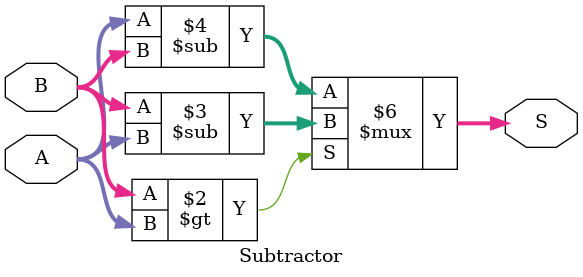
<source format=v>
`timescale 1ns / 1ps

module Subtractor(A, B, S);
    parameter N = 12; //12 bits by default
    
    input [N - 1:0] A, B;
    output reg [N - 1:0] S;
    
    always @(A, B) begin
        //Always subtracts from the larger number in case of inputting mistakes
        if (B > A) begin
            S <= B - A;
        end //if A < B
        else begin
            S <= A - B;
        end //if A >= B
    end //always @(A, B)
endmodule //module Subtractor(...)

</source>
